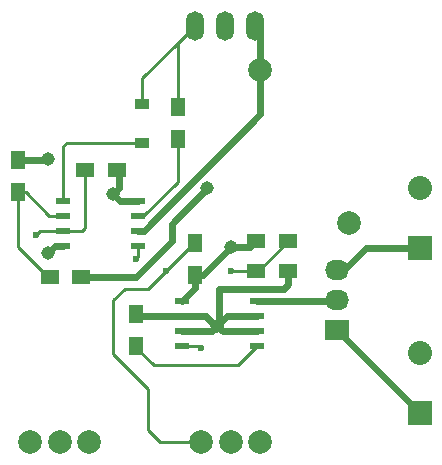
<source format=gtl>
G04 #@! TF.FileFunction,Copper,L1,Top,Signal*
%FSLAX46Y46*%
G04 Gerber Fmt 4.6, Leading zero omitted, Abs format (unit mm)*
G04 Created by KiCad (PCBNEW 4.0.2+e4-6225~38~ubuntu14.04.1-stable) date Thu 16 Jun 2016 08:22:09 PM ADT*
%MOMM*%
G01*
G04 APERTURE LIST*
%ADD10C,0.100000*%
%ADD11R,1.220000X0.910000*%
%ADD12O,1.501140X2.499360*%
%ADD13R,1.300000X1.500000*%
%ADD14R,1.500000X1.300000*%
%ADD15R,1.143000X0.508000*%
%ADD16R,2.032000X2.032000*%
%ADD17O,2.032000X2.032000*%
%ADD18R,2.032000X1.727200*%
%ADD19O,2.032000X1.727200*%
%ADD20C,2.000000*%
%ADD21C,1.998980*%
%ADD22C,1.143000*%
%ADD23C,0.600000*%
%ADD24C,0.609600*%
%ADD25C,0.250000*%
G04 APERTURE END LIST*
D10*
D11*
X141500000Y-89635000D03*
X141500000Y-86365000D03*
D12*
X148500000Y-79750000D03*
X145960000Y-79750000D03*
X151040000Y-79750000D03*
D13*
X146000000Y-100850000D03*
X146000000Y-98150000D03*
X144500000Y-86650000D03*
X144500000Y-89350000D03*
D14*
X139350000Y-92000000D03*
X136650000Y-92000000D03*
X136350000Y-101000000D03*
X133650000Y-101000000D03*
D13*
X131000000Y-93850000D03*
X131000000Y-91150000D03*
X141000000Y-106850000D03*
X141000000Y-104150000D03*
D14*
X151150000Y-98000000D03*
X153850000Y-98000000D03*
X151150000Y-100500000D03*
X153850000Y-100500000D03*
D15*
X141175000Y-94595000D03*
X141175000Y-95865000D03*
X141175000Y-97135000D03*
X141175000Y-98405000D03*
X134825000Y-98405000D03*
X134825000Y-97135000D03*
X134825000Y-95865000D03*
X134825000Y-94595000D03*
X151175000Y-103095000D03*
X151175000Y-104365000D03*
X151175000Y-105635000D03*
X151175000Y-106905000D03*
X144825000Y-106905000D03*
X144825000Y-105635000D03*
X144825000Y-104365000D03*
X144825000Y-103095000D03*
D16*
X165000000Y-112540000D03*
D17*
X165000000Y-107460000D03*
D18*
X158000000Y-105500000D03*
D19*
X158000000Y-102960000D03*
X158000000Y-100420000D03*
D16*
X165000000Y-98540000D03*
D17*
X165000000Y-93460000D03*
D20*
X132000000Y-115000000D03*
X134500000Y-115000000D03*
X137000000Y-115000000D03*
X146500000Y-115000000D03*
X149000000Y-115000000D03*
X151500000Y-115000000D03*
D21*
X151500000Y-83500000D03*
X159000000Y-96490381D03*
D22*
X149000000Y-98500000D03*
X139000000Y-94000000D03*
X147850000Y-105150000D03*
X133500000Y-99000000D03*
X133500000Y-91000000D03*
X147000000Y-93500000D03*
D23*
X146500000Y-107000000D03*
X149000000Y-100500000D03*
X143500000Y-100500000D03*
X141000000Y-99500000D03*
X132500000Y-97500000D03*
D24*
X149000000Y-98500000D02*
X150650000Y-98500000D01*
X150650000Y-98500000D02*
X151150000Y-98000000D01*
X146000000Y-100850000D02*
X146000000Y-101920000D01*
X146000000Y-101920000D02*
X144825000Y-103095000D01*
X149000000Y-98500000D02*
X146650000Y-100850000D01*
X146650000Y-100850000D02*
X146000000Y-100850000D01*
X139000000Y-94000000D02*
X139500000Y-93500000D01*
X139500000Y-93500000D02*
X139500000Y-92150000D01*
X139500000Y-92150000D02*
X139350000Y-92000000D01*
X141175000Y-94595000D02*
X139595000Y-94595000D01*
X139595000Y-94595000D02*
X139000000Y-94000000D01*
X144825000Y-104365000D02*
X141215000Y-104365000D01*
X141215000Y-104365000D02*
X141000000Y-104150000D01*
X151175000Y-105635000D02*
X148335000Y-105635000D01*
X148335000Y-105635000D02*
X147850000Y-105150000D01*
X147400000Y-105600000D02*
X144860000Y-105600000D01*
X148000000Y-105000000D02*
X147400000Y-105600000D01*
X153850000Y-100500000D02*
X153850000Y-101650000D01*
X148000000Y-102000000D02*
X148000000Y-105000000D01*
X153500000Y-102000000D02*
X148000000Y-102000000D01*
X153850000Y-101650000D02*
X153500000Y-102000000D01*
X134825000Y-98405000D02*
X134095000Y-98405000D01*
X134095000Y-98405000D02*
X133500000Y-99000000D01*
X131000000Y-91150000D02*
X133350000Y-91150000D01*
X133350000Y-91150000D02*
X133500000Y-91000000D01*
X148000000Y-105000000D02*
X147500000Y-105000000D01*
X148635000Y-104365000D02*
X148000000Y-105000000D01*
X151175000Y-104365000D02*
X148635000Y-104365000D01*
X146865000Y-104365000D02*
X144825000Y-104365000D01*
X147500000Y-105000000D02*
X146865000Y-104365000D01*
X151175000Y-103095000D02*
X157865000Y-103095000D01*
X157865000Y-103095000D02*
X158000000Y-102960000D01*
D25*
X141500000Y-89635000D02*
X135135000Y-89635000D01*
X134825000Y-89945000D02*
X134825000Y-94595000D01*
X135135000Y-89635000D02*
X134825000Y-89945000D01*
X144500000Y-86650000D02*
X144500000Y-81210000D01*
X144500000Y-81210000D02*
X144500000Y-81250000D01*
X144500000Y-81250000D02*
X144500000Y-81210000D01*
X141500000Y-86365000D02*
X141500000Y-84210000D01*
X141500000Y-84210000D02*
X144500000Y-81210000D01*
X144500000Y-81210000D02*
X145960000Y-79750000D01*
D24*
X158000000Y-105500000D02*
X158000000Y-105540000D01*
X158000000Y-105540000D02*
X165000000Y-112540000D01*
X158000000Y-100420000D02*
X158580000Y-100420000D01*
X158580000Y-100420000D02*
X160460000Y-98540000D01*
X160460000Y-98540000D02*
X165000000Y-98540000D01*
X144000000Y-96500000D02*
X144000000Y-98000000D01*
X147000000Y-93500000D02*
X144000000Y-96500000D01*
X141000000Y-101000000D02*
X136350000Y-101000000D01*
X144000000Y-98000000D02*
X141000000Y-101000000D01*
X151500000Y-83500000D02*
X151500000Y-80210000D01*
X151500000Y-80210000D02*
X151040000Y-79750000D01*
X141175000Y-97135000D02*
X141615000Y-97135000D01*
X141615000Y-97135000D02*
X151500000Y-87250000D01*
X151500000Y-87250000D02*
X151500000Y-83500000D01*
D25*
X144500000Y-89350000D02*
X144500000Y-92961116D01*
X144500000Y-92961116D02*
X141596116Y-95865000D01*
X141596116Y-95865000D02*
X141175000Y-95865000D01*
X133650000Y-101000000D02*
X133500000Y-101000000D01*
X133500000Y-101000000D02*
X131000000Y-98500000D01*
X131000000Y-98500000D02*
X131000000Y-93850000D01*
X131000000Y-93850000D02*
X131620000Y-93850000D01*
X131620000Y-93850000D02*
X133635000Y-95865000D01*
X133635000Y-95865000D02*
X134825000Y-95865000D01*
X149580000Y-108500000D02*
X151175000Y-106905000D01*
X142500000Y-108500000D02*
X149580000Y-108500000D01*
X141000000Y-107000000D02*
X142500000Y-108500000D01*
X141000000Y-106850000D02*
X141000000Y-107000000D01*
X151150000Y-100500000D02*
X149000000Y-100500000D01*
X146405000Y-106905000D02*
X144825000Y-106905000D01*
X146500000Y-107000000D02*
X146405000Y-106905000D01*
X151150000Y-100500000D02*
X151350000Y-100500000D01*
X151350000Y-100500000D02*
X153850000Y-98000000D01*
X143500000Y-100500000D02*
X142000000Y-102000000D01*
X143000000Y-115000000D02*
X146500000Y-115000000D01*
X142000000Y-114000000D02*
X143000000Y-115000000D01*
X142000000Y-110500000D02*
X142000000Y-114000000D01*
X139000000Y-107500000D02*
X142000000Y-110500000D01*
X139000000Y-103000000D02*
X139000000Y-107500000D01*
X140000000Y-102000000D02*
X139000000Y-103000000D01*
X142000000Y-102000000D02*
X140000000Y-102000000D01*
X141175000Y-98405000D02*
X141175000Y-99325000D01*
X143500000Y-100500000D02*
X145850000Y-98150000D01*
X141175000Y-99325000D02*
X141000000Y-99500000D01*
X145850000Y-98150000D02*
X146000000Y-98150000D01*
X134825000Y-97135000D02*
X132865000Y-97135000D01*
X132865000Y-97135000D02*
X132500000Y-97500000D01*
X136650000Y-92000000D02*
X136650000Y-96850000D01*
X136365000Y-97135000D02*
X134825000Y-97135000D01*
X136650000Y-96850000D02*
X136365000Y-97135000D01*
M02*

</source>
